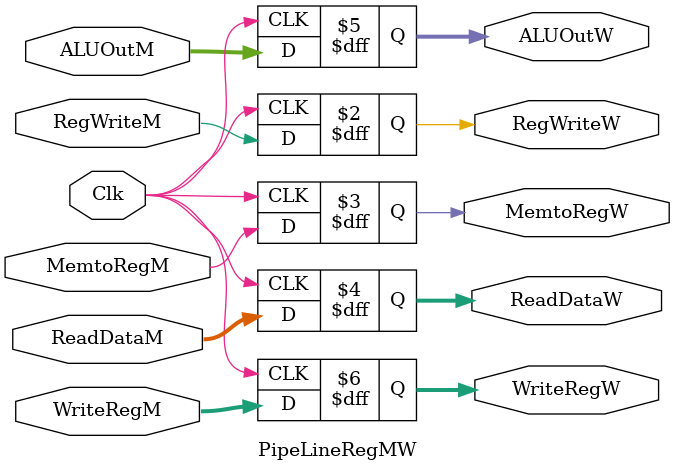
<source format=v>

module PipeLineRegF (Clk, EN, PC, PCF);
    input Clk, EN;
    input [31:0] PC;
    output [31:0] PCF;
    reg[31:0] PCF;
    
    initial begin
        PCF <= 32'b0;
    end

    always @(posedge Clk) begin
        if (EN) begin
            PCF <= PC;
        end
    end

endmodule

module PipeLineRegFD (Clk, EN, JREnd, PCSrcD, Instr, PCPlus4F, InstrD, PCPlus4D, stop, stopImm);
    input [1:0] PCSrcD;
    input Clk, EN, JREnd;
    input [31:0] Instr, PCPlus4F;
    output [31:0] InstrD, PCPlus4D;
    output stop, stopImm;
    reg [31:0] InstrD, PCPlus4D;
    wire CLR;

    assign CLR = PCSrcD != 2'b00;

    reg stop, stop1, stop2, stop3, stop4, stop5, stop6, stop7, stopImm;
    
    initial begin
        stop1 <= 0;
        stop2 <= 0;
        stop3 <= 0;
        stop4 <= 0;
        stop5 <= 0;
        stop6 <= 0;
        stop7 <= 0;
        stop <= 0;
        stopImm <= 0;
    end

    always @(posedge Clk) begin
        stop3 <= stop2;
    end
    always @(negedge Clk) begin
        stop2 <= stop1;
        stop <= stop3;
    end

    always @(posedge Clk) begin
        if (CLR) begin
            if (JREnd || PCSrcD != 2'b11) begin
                InstrD <= 32'hfc000000;
            end
            // $display("%h", Instr);
        end else begin
            if (EN) begin
                InstrD <= Instr;
                PCPlus4D <= PCPlus4F;
            end
            if (Instr == 32'hffffffff) begin
                stop1 <= 1;
                stopImm <= 1;
            end
        end
    end

endmodule

module PipeLineRegDE (Clk, EN, CLR,
 RegWriteD, MemtoRegD, MemWriteD, ALUControlD, ALUSrcD, RegDstD, LinkRaD, ShiftDstD,
 RD1D, RD2D, RsD, RtD, RdD, SignImmD, ShiftAmountD, PCPlus4D, PCSrcD,
 RegWriteE, MemtoRegE, MemWriteE, ALUControlE, ALUSrcE, RegDstE, LinkRaE, ShiftDstE,
 RD1E, RD2E, RsE, RtE, RdE, SignImmE, ShiftAmountE, PCPlus4E, PCSrcE);
    input Clk, EN, CLR, RegWriteD, MemtoRegD, MemWriteD, ALUSrcD, RegDstD, LinkRaD, ShiftDstD;
    input [3:0] ALUControlD;
    input [4:0] RsD, RtD, RdD;
    input [31:0] RD1D, RD2D, SignImmD, ShiftAmountD, PCPlus4D;
    input [1:0] PCSrcD;
    output RegWriteE, MemtoRegE, MemWriteE, ALUSrcE, RegDstE, LinkRaE, ShiftDstE;
    output [3:0] ALUControlE;
    output [4:0] RsE, RtE, RdE;
    output [31:0] RD1E, RD2E, SignImmE, ShiftAmountE, PCPlus4E;
    output [1:0] PCSrcE;
    reg RegWriteE, MemtoRegE, MemWriteE, ALUSrcE, RegDstE, LinkRaE, ShiftDstE;
    reg [3:0] ALUControlE;
    reg [4:0] RsE, RtE, RdE;
    reg [31:0] RD1E, RD2E, SignImmE, ShiftAmountE, PCPlus4E;
    reg [1:0] PCSrcE;

    always @(posedge Clk) begin
        if (CLR) begin
            RegWriteE <= 0;
            MemtoRegE <= 0;
            MemWriteE <= 0;
            ALUSrcE <= 0;
            RegDstE <= 0;
            LinkRaE <= 0;
            ShiftDstE <= 0;
            ALUControlE <= 2;
            RsE <= 0;
            RtE <= 0;
            RdE <= 0;
            RD1E <= 0;
            RD2E <= 0;
            SignImmE <= 0;
            ShiftAmountE <= 0;
            PCPlus4E <= 0;
            PCSrcE <= 0;
        end else begin
            if (EN) begin
                RegWriteE <= RegWriteD;
                MemtoRegE <= MemtoRegD;
                MemWriteE <= MemWriteD;
                ALUSrcE <= ALUSrcD;
                RegDstE <= RegDstD;
                LinkRaE <= LinkRaD;
                ShiftDstE <= ShiftDstD;
                ALUControlE <= ALUControlD;
                RsE <= RsD;
                RtE <= RtD;
                RdE <= RdD;
                RD1E <= RD1D;
                RD2E <= RD2D;
                SignImmE <= SignImmD;
                ShiftAmountE <= ShiftAmountD;
                PCPlus4E <= PCPlus4D;
                PCSrcE <= PCSrcD;
            end
        end
    end
    
endmodule

module PipeLineRegEM (Clk, RegWriteE, MemtoRegE, MemWriteE,
 ALUOutE, WriteDataE, WriteRegE,
 RegWriteM, MemtoRegM, MemWriteM,
 ALUOutM, WriteDataM, WriteRegM);
    input Clk, RegWriteE, MemtoRegE, MemWriteE;
    input [31:0] ALUOutE, WriteDataE;
    input [4:0] WriteRegE;
    output RegWriteM, MemtoRegM, MemWriteM;
    output [31:0] ALUOutM, WriteDataM;
    output [4:0] WriteRegM;
    reg RegWriteM, MemtoRegM, MemWriteM;
    reg [31:0] ALUOutM, WriteDataM;
    reg [4:0] WriteRegM;

    always @(posedge Clk) begin
        RegWriteM <= RegWriteE;
        MemtoRegM <= MemtoRegE;
        MemWriteM <= MemWriteE;
        ALUOutM <= ALUOutE;
        WriteDataM <= WriteDataE;
        WriteRegM <= WriteRegE;
    end
    
endmodule

module PipeLineRegMW (Clk, RegWriteM, MemtoRegM,
 ReadDataM, ALUOutM, WriteRegM,
 RegWriteW, MemtoRegW,
 ReadDataW, ALUOutW, WriteRegW);
    input Clk, RegWriteM, MemtoRegM;
    input [31:0] ReadDataM, ALUOutM;
    input [4:0] WriteRegM;
    output RegWriteW, MemtoRegW;
    output [31:0] ReadDataW, ALUOutW;
    output [4:0] WriteRegW;
    reg RegWriteW, MemtoRegW;
    reg [31:0] ReadDataW, ALUOutW;
    reg [4:0] WriteRegW;

    always @(posedge Clk) begin
        RegWriteW <= RegWriteM;
        MemtoRegW <= MemtoRegM;
        ReadDataW <= ReadDataM;
        ALUOutW <= ALUOutM;
        WriteRegW <= WriteRegM;
    end

endmodule
</source>
